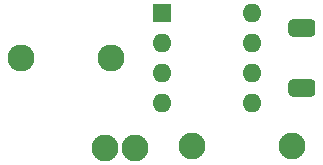
<source format=gbr>
%TF.GenerationSoftware,KiCad,Pcbnew,7.0.6-0*%
%TF.CreationDate,2023-08-01T21:24:21-04:00*%
%TF.ProjectId,Light_Alarm,4c696768-745f-4416-9c61-726d2e6b6963,rev?*%
%TF.SameCoordinates,Original*%
%TF.FileFunction,Soldermask,Top*%
%TF.FilePolarity,Negative*%
%FSLAX46Y46*%
G04 Gerber Fmt 4.6, Leading zero omitted, Abs format (unit mm)*
G04 Created by KiCad (PCBNEW 7.0.6-0) date 2023-08-01 21:24:21*
%MOMM*%
%LPD*%
G01*
G04 APERTURE LIST*
G04 Aperture macros list*
%AMRoundRect*
0 Rectangle with rounded corners*
0 $1 Rounding radius*
0 $2 $3 $4 $5 $6 $7 $8 $9 X,Y pos of 4 corners*
0 Add a 4 corners polygon primitive as box body*
4,1,4,$2,$3,$4,$5,$6,$7,$8,$9,$2,$3,0*
0 Add four circle primitives for the rounded corners*
1,1,$1+$1,$2,$3*
1,1,$1+$1,$4,$5*
1,1,$1+$1,$6,$7*
1,1,$1+$1,$8,$9*
0 Add four rect primitives between the rounded corners*
20,1,$1+$1,$2,$3,$4,$5,0*
20,1,$1+$1,$4,$5,$6,$7,0*
20,1,$1+$1,$6,$7,$8,$9,0*
20,1,$1+$1,$8,$9,$2,$3,0*%
%AMFreePoly0*
4,1,35,0.312797,1.099367,0.509479,1.023172,0.688811,0.912134,0.844687,0.770034,0.971798,0.601712,1.065816,0.412899,1.123538,0.210026,1.143000,0.000000,1.123538,-0.210026,1.065816,-0.412899,0.971798,-0.601712,0.844687,-0.770034,0.688811,-0.912134,0.509479,-1.023172,0.312797,-1.099367,0.105463,-1.138124,-0.105463,-1.138124,-0.312797,-1.099367,-0.509479,-1.023172,-0.688811,-0.912134,
-0.844687,-0.770034,-0.971798,-0.601712,-1.065816,-0.412899,-1.123538,-0.210026,-1.143000,0.000000,-1.123538,0.210026,-1.065816,0.412899,-0.971798,0.601712,-0.844687,0.770034,-0.688811,0.912134,-0.509479,1.023172,-0.312797,1.099367,-0.105463,1.138124,0.105463,1.138124,0.312797,1.099367,0.312797,1.099367,$1*%
G04 Aperture macros list end*
%ADD10C,2.286000*%
%ADD11RoundRect,0.381000X-0.762000X-0.381000X0.762000X-0.381000X0.762000X0.381000X-0.762000X0.381000X0*%
%ADD12R,1.600000X1.600000*%
%ADD13O,1.600000X1.600000*%
%ADD14FreePoly0,0.000000*%
G04 APERTURE END LIST*
D10*
%TO.C,U3*%
X143865000Y-93980000D03*
X151465000Y-93980000D03*
%TD*%
D11*
%TO.C,U2*%
X167640000Y-91440000D03*
X167640000Y-96520000D03*
%TD*%
D12*
%TO.C,U1*%
X155815000Y-90215000D03*
D13*
X155815000Y-92755000D03*
X155815000Y-95295000D03*
X155815000Y-97835000D03*
X163435000Y-97835000D03*
X163435000Y-95295000D03*
X163435000Y-92755000D03*
X163435000Y-90215000D03*
%TD*%
D14*
%TO.C,R2*%
X158310000Y-101500000D03*
X166810000Y-101500000D03*
%TD*%
%TO.C,R1*%
X151000000Y-101600000D03*
X153540000Y-101600000D03*
%TD*%
M02*

</source>
